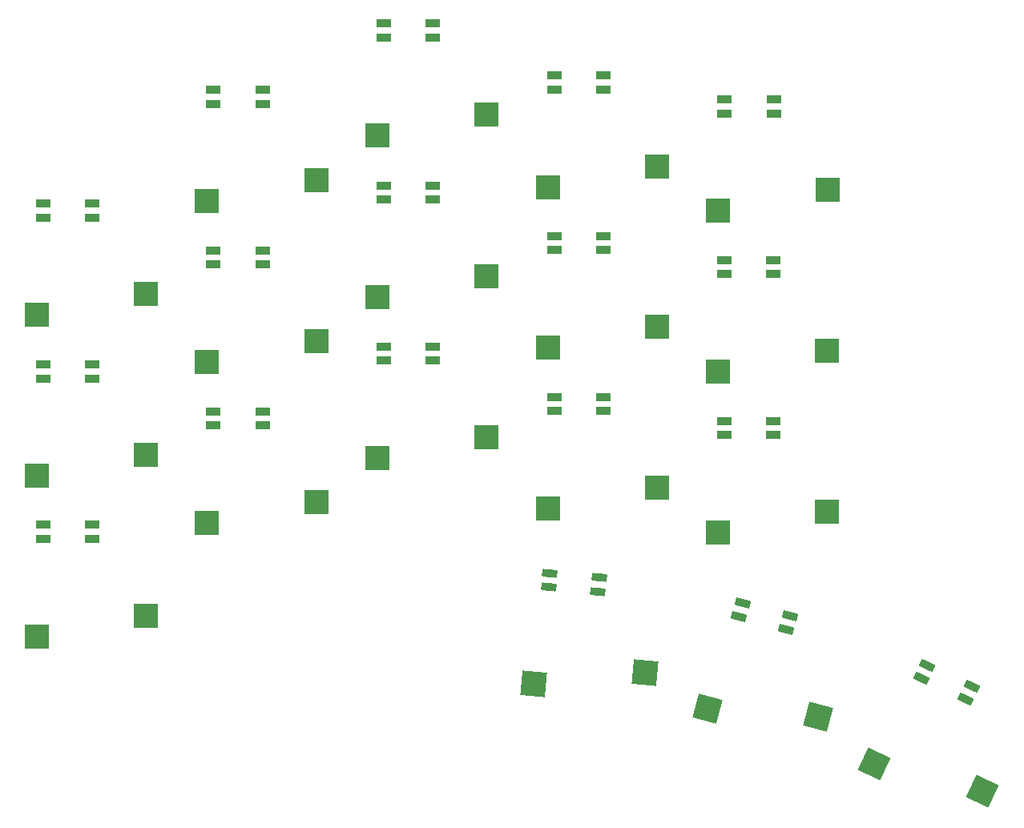
<source format=gbr>
%TF.GenerationSoftware,KiCad,Pcbnew,(6.0.0)*%
%TF.CreationDate,2022-04-19T03:34:00-07:00*%
%TF.ProjectId,half-swept,68616c66-2d73-4776-9570-742e6b696361,rev?*%
%TF.SameCoordinates,Original*%
%TF.FileFunction,Paste,Top*%
%TF.FilePolarity,Positive*%
%FSLAX46Y46*%
G04 Gerber Fmt 4.6, Leading zero omitted, Abs format (unit mm)*
G04 Created by KiCad (PCBNEW (6.0.0)) date 2022-04-19 03:34:00*
%MOMM*%
%LPD*%
G01*
G04 APERTURE LIST*
G04 Aperture macros list*
%AMRoundRect*
0 Rectangle with rounded corners*
0 $1 Rounding radius*
0 $2 $3 $4 $5 $6 $7 $8 $9 X,Y pos of 4 corners*
0 Add a 4 corners polygon primitive as box body*
4,1,4,$2,$3,$4,$5,$6,$7,$8,$9,$2,$3,0*
0 Add four circle primitives for the rounded corners*
1,1,$1+$1,$2,$3*
1,1,$1+$1,$4,$5*
1,1,$1+$1,$6,$7*
1,1,$1+$1,$8,$9*
0 Add four rect primitives between the rounded corners*
20,1,$1+$1,$2,$3,$4,$5,0*
20,1,$1+$1,$4,$5,$6,$7,0*
20,1,$1+$1,$6,$7,$8,$9,0*
20,1,$1+$1,$8,$9,$2,$3,0*%
%AMRotRect*
0 Rectangle, with rotation*
0 The origin of the aperture is its center*
0 $1 length*
0 $2 width*
0 $3 Rotation angle, in degrees counterclockwise*
0 Add horizontal line*
21,1,$1,$2,0,0,$3*%
G04 Aperture macros list end*
%ADD10RotRect,2.600000X2.600000X345.000000*%
%ADD11RotRect,2.600000X2.600000X335.000000*%
%ADD12R,2.600000X2.600000*%
%ADD13RotRect,2.600000X2.600000X355.000000*%
%ADD14RoundRect,0.082000X-0.718000X0.328000X-0.718000X-0.328000X0.718000X-0.328000X0.718000X0.328000X0*%
%ADD15RoundRect,0.082000X-0.686681X0.389330X-0.743855X-0.264174X0.686681X-0.389330X0.743855X0.264174X0*%
%ADD16RoundRect,0.082000X-0.608642X0.502656X-0.778427X-0.130992X0.608642X-0.502656X0.778427X0.130992X0*%
%ADD17RoundRect,0.082000X-0.512110X0.600709X-0.789348X0.006171X0.512110X-0.600709X0.789348X-0.006171X0*%
G04 APERTURE END LIST*
D10*
%TO.C,SW21*%
X101806263Y-89666660D03*
X90080418Y-88802337D03*
%TD*%
D11*
%TO.C,SW20*%
X119098679Y-97498529D03*
X107701064Y-94611166D03*
%TD*%
D12*
%TO.C,SW18*%
X102732454Y-67960711D03*
X91182454Y-70160711D03*
%TD*%
%TO.C,SW17*%
X84758799Y-65420713D03*
X73208799Y-67620713D03*
%TD*%
%TO.C,SW16*%
X66758797Y-60086711D03*
X55208797Y-62286711D03*
%TD*%
%TO.C,SW15*%
X48758799Y-66944710D03*
X37208799Y-69144710D03*
%TD*%
%TO.C,SW14*%
X30758799Y-78952709D03*
X19208799Y-81152709D03*
%TD*%
%TO.C,SW12*%
X102738799Y-50942711D03*
X91188799Y-53142711D03*
%TD*%
%TO.C,SW11*%
X84758800Y-48402714D03*
X73208800Y-50602714D03*
%TD*%
%TO.C,SW10*%
X66758800Y-43068711D03*
X55208800Y-45268711D03*
%TD*%
%TO.C,SW9*%
X48758800Y-49926711D03*
X37208800Y-52126711D03*
%TD*%
%TO.C,SW8*%
X30758799Y-61952711D03*
X19208799Y-64152711D03*
%TD*%
%TO.C,SW6*%
X102758798Y-33952711D03*
X91208798Y-36152711D03*
%TD*%
%TO.C,SW5*%
X84758798Y-31452712D03*
X73208798Y-33652712D03*
%TD*%
%TO.C,SW4*%
X66758798Y-25952711D03*
X55208798Y-28152711D03*
%TD*%
%TO.C,SW3*%
X48758801Y-32952711D03*
X37208801Y-35152711D03*
%TD*%
%TO.C,SW2*%
X30758799Y-44952711D03*
X19208799Y-47152711D03*
%TD*%
D13*
%TO.C,SW1*%
X83450476Y-84959653D03*
X71752685Y-86144632D03*
%TD*%
D14*
%TO.C,D34*%
X43083801Y-23372711D03*
X43083801Y-24872711D03*
X37883801Y-24872711D03*
X37883801Y-23372711D03*
%TD*%
%TO.C,D26*%
X61083797Y-50506711D03*
X61083797Y-52006711D03*
X55883797Y-52006711D03*
X55883797Y-50506711D03*
%TD*%
%TO.C,D31*%
X43083800Y-40346711D03*
X43083800Y-41846711D03*
X37883800Y-41846711D03*
X37883800Y-40346711D03*
%TD*%
%TO.C,D28*%
X43083799Y-57364710D03*
X43083799Y-58864710D03*
X37883799Y-58864710D03*
X37883799Y-57364710D03*
%TD*%
%TO.C,D32*%
X79083800Y-38822714D03*
X79083800Y-40322714D03*
X73883800Y-40322714D03*
X73883800Y-38822714D03*
%TD*%
%TO.C,D21*%
X97083798Y-24372711D03*
X97083798Y-25872711D03*
X91883798Y-25872711D03*
X91883798Y-24372711D03*
%TD*%
%TO.C,D19*%
X25083799Y-35372711D03*
X25083799Y-36872711D03*
X19883799Y-36872711D03*
X19883799Y-35372711D03*
%TD*%
%TO.C,D23*%
X61083800Y-33488711D03*
X61083800Y-34988711D03*
X55883800Y-34988711D03*
X55883800Y-33488711D03*
%TD*%
%TO.C,D22*%
X25083797Y-52422712D03*
X25083797Y-53922712D03*
X19883797Y-53922712D03*
X19883797Y-52422712D03*
%TD*%
%TO.C,D35*%
X79083798Y-21872712D03*
X79083798Y-23372712D03*
X73883798Y-23372712D03*
X73883798Y-21872712D03*
%TD*%
%TO.C,D25*%
X25083799Y-69372709D03*
X25083799Y-70872709D03*
X19883799Y-70872709D03*
X19883799Y-69372709D03*
%TD*%
%TO.C,D24*%
X97063799Y-41362711D03*
X97063799Y-42862711D03*
X91863799Y-42862711D03*
X91863799Y-41362711D03*
%TD*%
D15*
%TO.C,D30*%
X78632023Y-74921499D03*
X78501290Y-76415791D03*
X73321077Y-75962581D03*
X73451811Y-74468289D03*
%TD*%
D14*
%TO.C,D29*%
X79083799Y-55840713D03*
X79083799Y-57340713D03*
X73883799Y-57340713D03*
X73883799Y-55840713D03*
%TD*%
D16*
%TO.C,D33*%
X98804120Y-78944293D03*
X98415892Y-80393182D03*
X93393077Y-79047323D03*
X93781306Y-77598434D03*
%TD*%
D14*
%TO.C,D20*%
X61083798Y-16372711D03*
X61083798Y-17872711D03*
X55883798Y-17872711D03*
X55883798Y-16372711D03*
%TD*%
D17*
%TO.C,D36*%
X118004066Y-86417742D03*
X117370138Y-87777204D03*
X112657338Y-85579589D03*
X113291265Y-84220127D03*
%TD*%
D14*
%TO.C,D27*%
X97063800Y-58380712D03*
X97063800Y-59880712D03*
X91863800Y-59880712D03*
X91863800Y-58380712D03*
%TD*%
M02*

</source>
